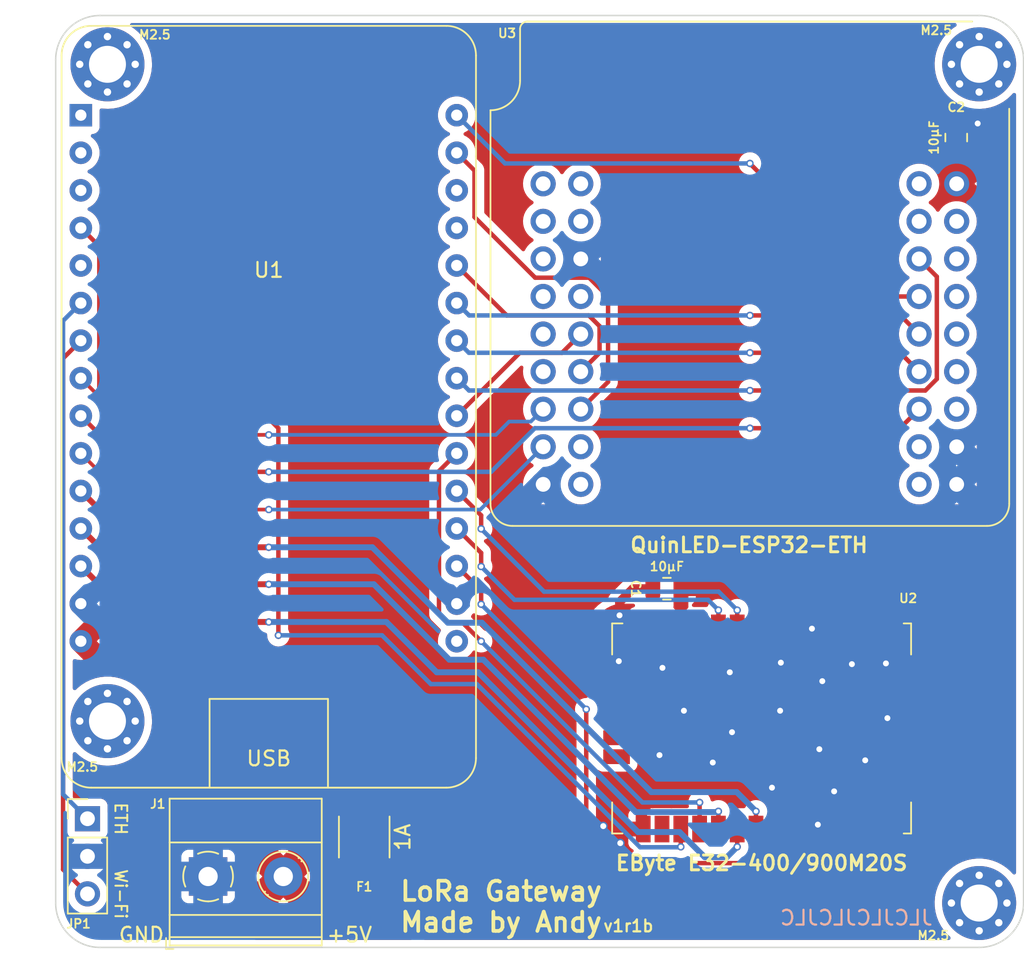
<source format=kicad_pcb>
(kicad_pcb (version 20211014) (generator pcbnew)
  (title_block (title "LoRa-Gateway-E32") (rev "v1r1b"))
  (layers (0 "F.Cu" signal) (31 "B.Cu" signal) (34 "B.Paste" user) (35 "F.Paste" user) (36 "B.SilkS" user "B.Silkscreen") (37 "F.SilkS" user "F.Silkscreen") (38 "B.Mask" user) (39 "F.Mask" user) (44 "Edge.Cuts" user))
  (net 0 "")
  (net 1 "GND")
  (net 2 "GPIO14")
  (net 3 "GPIO4")
  (net 4 "GPIO25")
  (net 5 "GPIO26")
  (net 6 "GPIO27")
  (net 7 "GPIO17")
  (net 8 "GPIO5")
  (net 9 "GPIO18")
  (net 10 "3v3")
  (net 11 "GPIO19")
  (net 12 "GPIO21")
  (net 13 "GPIO22")
  (net 14 "GPIO23")
  (net 18 "GPIO34")
  (net 20 "GPIO32")
  (net 21 "GPIO33")
  (net 23 "GPIO12")
  (net 24 "GPIO13")
  (net 25 "GPIO16")
  (net 26 "GPIO2")
  (net 28 "GPIO15")
  (net 29 "5vF")
  (net 30 "/5V")
  (footprint "Connector_PinHeader_2.54mm:PinHeader_1x03_P2.54mm_Vertical" (layer "F.Cu") (at 99.15 90.3)
    (fp_text reference "JP1" (at -0.6 7.1) (layer "F.SilkS") (effects (font (size 0.6 0.6) (thickness 0.12))))
    (fp_text value "Jumper_3_Open")
    (fp_text user "ETH" (at 2.25 0 -90 unlocked) (layer "F.SilkS") (effects (font (size 0.8 0.8) (thickness 0.13))))
    (fp_text user "Wi-Fi" (at 2.25 5.1 -90 unlocked) (layer "F.SilkS") (effects (font (size 0.8 0.8) (thickness 0.13))))
    (fp_line (start 1.33 1.27) (end 1.33 6.41) (layer "F.SilkS") (width 0.12))
    (fp_line (start -1.33 -1.33) (end 0 -1.33) (layer "F.SilkS") (width 0.12))
    (fp_line (start -1.33 1.27) (end 1.33 1.27) (layer "F.SilkS") (width 0.12))
    (fp_line (start -1.33 6.41) (end 1.33 6.41) (layer "F.SilkS") (width 0.12))
    (fp_line (start -1.33 1.27) (end -1.33 6.41) (layer "F.SilkS") (width 0.12))
    (fp_line (start -1.33 0) (end -1.33 -1.33) (layer "F.SilkS") (width 0.12))
    (pad "1" thru_hole rect locked (at 0 0) (size 1.7 1.7) (drill 1) (layers *.Cu *.Mask) (net 20 "GPIO32"))
    (pad "2" thru_hole oval locked (at 0 2.54) (size 1.7 1.7) (drill 1) (layers *.Cu *.Mask) (net 1 "GND"))
    (pad "3" thru_hole oval locked (at 0 5.08) (size 1.7 1.7) (drill 1) (layers *.Cu *.Mask) (net 21 "GPIO33"))
  )
  (footprint "Capacitor_SMD:C_0805_2012Metric" (layer "F.Cu") (at 138.3 74.75)
    (fp_text reference "C1" (at -2.1 0 270 unlocked) (layer "F.SilkS") (effects (font (size 0.6 0.6) (thickness 0.12))))
    (fp_text value "10µF" (at 0 -1.5) (layer "F.SilkS") (effects (font (size 0.6 0.6) (thickness 0.12))))
    (fp_line (start -0.261252 0.735) (end 0.261252 0.735) (layer "F.SilkS") (width 0.12))
    (fp_line (start -0.261252 -0.735) (end 0.261252 -0.735) (layer "F.SilkS") (width 0.12))
    (pad "1" smd roundrect locked (at -0.95 0) (size 1 1.45) (layers "F.Cu" "F.Paste" "F.Mask") (net 1 "GND"))
    (pad "2" smd roundrect locked (at 0.95 0) (size 1 1.45) (layers "F.Cu" "F.Paste" "F.Mask") (net 29 "5vF"))
  )
  (footprint "QuinLED:QuinLED-ESP32-ETH-Hat" (layer "F.Cu") (at 161.43 70.505 180)
    (fp_text reference "U3" (at 33.93 33.305) (layer "F.SilkS") (effects (font (size 0.6 0.6) (thickness 0.12))))
    (fp_text value "QuinLED-ESP32-ETH-Hat")
    (fp_text user "QuinLED-ESP32-ETH" (at 17.58 -1.295 unlocked) (layer "F.SilkS") (effects (font (thickness 0.2))))
    (fp_line (start 1.5 0) (end 33.55 0) (layer "F.SilkS") (width 0.12))
    (fp_line (start 33.05 30.1) (end 33.05 33.6) (layer "F.SilkS") (width 0.12))
    (fp_line (start 35.05 1.5) (end 35.05 28.1) (layer "F.SilkS") (width 0.12))
    (fp_line (start 2.5 34.1) (end 32.55 34.1) (layer "F.SilkS") (width 0.12))
    (fp_line (start 0 1.5) (end 0 28.2) (layer "F.SilkS") (width 0.12))
    (fp_arc (start 33.05 30.1) (mid 33.635786 28.685786) (end 35.05 28.1) (layer "F.SilkS") (width 0.12))
    (fp_arc (start 33.55 0) (mid 34.61066 0.43934) (end 35.05 1.5) (layer "F.SilkS") (width 0.12))
    (fp_arc (start 33.05 33.6) (mid 32.903553 33.953553) (end 32.55 34.1) (layer "F.SilkS") (width 0.12))
    (fp_arc (start 0 1.5) (mid 0.43934 0.43934) (end 1.5 0) (layer "F.SilkS") (width 0.12))
    (pad "1" thru_hole circle (at 3.55 23.13 180) (size 1.7 1.7) (drill 1) (layers *.Cu *.Mask) (net 29 "5vF"))
    (pad "2" thru_hole circle (at 3.55 2.81 180) (size 1.7 1.7) (drill 1) (layers *.Cu *.Mask) (net 1 "GND"))
    (pad "3" thru_hole circle (at 3.55 5.35 180) (size 1.7 1.7) (drill 1) (layers *.Cu *.Mask) (net 1 "GND"))
    (pad "4" thru_hole circle (at 31.49 2.81 180) (size 1.7 1.7) (drill 1) (layers *.Cu *.Mask) (net 1 "GND"))
    (pad "5" thru_hole circle (at 28.95 18.05 180) (size 1.7 1.7) (drill 1) (layers *.Cu *.Mask) (net 1 "GND"))
    (pad "6" thru_hole circle (at 6.09 18.05 180) (size 1.7 1.7) (drill 1) (layers *.Cu *.Mask) (net 8 "GPIO5"))
    (pad "7" thru_hole circle (at 28.95 12.97 180) (size 1.7 1.7) (drill 1) (layers *.Cu *.Mask) (net 7 "GPIO17"))
    (pad "8" thru_hole circle (at 6.09 10.43 180) (size 1.7 1.7) (drill 1) (layers *.Cu *.Mask) (net 9 "GPIO18"))
    (pad "9" thru_hole circle (at 6.09 12.97 180) (size 1.7 1.7) (drill 1) (layers *.Cu *.Mask) (net 11 "GPIO19"))
    (pad "10" thru_hole circle (at 28.95 10.43 180) (size 1.7 1.7) (drill 1) (layers *.Cu *.Mask) (net 12 "GPIO21"))
    (pad "11" thru_hole circle (at 28.95 7.89 180) (size 1.7 1.7) (drill 1) (layers *.Cu *.Mask) (net 13 "GPIO22"))
    (pad "12" thru_hole circle (at 6.09 15.51 180) (size 1.7 1.7) (drill 1) (layers *.Cu *.Mask) (net 14 "GPIO23"))
    (pad "13" thru_hole circle (at 31.49 7.89 180) (size 1.7 1.7) (drill 1) (layers *.Cu *.Mask) (net 4 "GPIO25"))
    (pad "14" thru_hole circle (at 6.09 7.89 180) (size 1.7 1.7) (drill 1) (layers *.Cu *.Mask) (net 5 "GPIO26"))
    (pad "15" thru_hole circle (at 31.49 5.35 180) (size 1.7 1.7) (drill 1) (layers *.Cu *.Mask) (net 6 "GPIO27"))
    (pad "16" thru_hole circle (at 6.09 2.81 180) (size 1.7 1.7) (drill 1) (layers *.Cu *.Mask))
    (pad "17" thru_hole circle (at 6.09 5.35 180) (size 1.7 1.7) (drill 1) (layers *.Cu *.Mask))
    (pad "18" thru_hole circle (at 3.55 7.89 180) (size 1.7 1.7) (drill 1) (layers *.Cu *.Mask))
    (pad "19" thru_hole circle (at 3.55 10.43 180) (size 1.7 1.7) (drill 1) (layers *.Cu *.Mask))
    (pad "20" thru_hole circle (at 3.55 12.97 180) (size 1.7 1.7) (drill 1) (layers *.Cu *.Mask))
    (pad "21" thru_hole circle (at 3.55 15.51 180) (size 1.7 1.7) (drill 1) (layers *.Cu *.Mask))
    (pad "22" thru_hole circle (at 3.55 18.05 180) (size 1.7 1.7) (drill 1) (layers *.Cu *.Mask))
    (pad "23" thru_hole circle (at 3.55 20.59 180) (size 1.7 1.7) (drill 1) (layers *.Cu *.Mask))
    (pad "24" thru_hole circle (at 6.09 20.59 180) (size 1.7 1.7) (drill 1) (layers *.Cu *.Mask))
    (pad "25" thru_hole circle (at 6.09 23.13 180) (size 1.7 1.7) (drill 1) (layers *.Cu *.Mask))
    (pad "26" thru_hole circle (at 28.95 2.81 180) (size 1.7 1.7) (drill 1) (layers *.Cu *.Mask))
    (pad "27" thru_hole circle (at 28.95 5.35 180) (size 1.7 1.7) (drill 1) (layers *.Cu *.Mask))
    (pad "28" thru_hole circle (at 31.49 10.43 180) (size 1.7 1.7) (drill 1) (layers *.Cu *.Mask))
    (pad "29" thru_hole circle (at 31.49 12.97 180) (size 1.7 1.7) (drill 1) (layers *.Cu *.Mask))
    (pad "30" thru_hole circle (at 28.95 15.51 180) (size 1.7 1.7) (drill 1) (layers *.Cu *.Mask))
    (pad "31" thru_hole circle (at 31.49 15.51 180) (size 1.7 1.7) (drill 1) (layers *.Cu *.Mask))
    (pad "32" thru_hole circle (at 31.49 18.05 180) (size 1.7 1.7) (drill 1) (layers *.Cu *.Mask))
    (pad "33" thru_hole circle (at 28.95 20.59 180) (size 1.7 1.7) (drill 1) (layers *.Cu *.Mask))
    (pad "34" thru_hole circle (at 31.49 20.59 180) (size 1.7 1.7) (drill 1) (layers *.Cu *.Mask))
    (pad "35" thru_hole circle (at 28.95 23.13 180) (size 1.7 1.7) (drill 1) (layers *.Cu *.Mask))
    (pad "36" thru_hole circle (at 31.49 23.13 180) (size 1.7 1.7) (drill 1) (layers *.Cu *.Mask))
  )
  (footprint "Capacitor_SMD:C_0805_2012Metric" (layer "F.Cu") (at 157.85 44.25 90)
    (fp_text reference "C2" (at 2.05 0 180) (layer "F.SilkS") (effects (font (size 0.6 0.6) (thickness 0.12))))
    (fp_text value "10µF" (at 0 -1.5 90) (layer "F.SilkS") (effects (font (size 0.6 0.6) (thickness 0.12))))
    (fp_line (start -0.261252 -0.735) (end 0.261252 -0.735) (layer "F.SilkS") (width 0.12))
    (fp_line (start -0.261252 0.735) (end 0.261252 0.735) (layer "F.SilkS") (width 0.12))
    (pad "1" smd roundrect locked (at -0.95 0 90) (size 1 1.45) (layers "F.Cu" "F.Paste" "F.Mask") (net 29 "5vF"))
    (pad "2" smd roundrect locked (at 0.95 0 90) (size 1 1.45) (layers "F.Cu" "F.Paste" "F.Mask") (net 1 "GND"))
  )
  (footprint "MountingHole:MountingHole_2.5mm_Pad_Via" (layer "F.Cu") (at 159.4 39.3)
    (fp_text reference "H2")
    (fp_text value "M2.5" (at -2.9 -2.3) (layer "F.SilkS") (effects (font (size 0.6 0.6) (thickness 0.12))))
    (pad "1" thru_hole circle locked (at 0 1.875) (size 0.8 0.8) (drill 0.5) (layers *.Cu *.Mask))
    (pad "1" thru_hole circle locked (at 0 -1.875) (size 0.8 0.8) (drill 0.5) (layers *.Cu *.Mask))
    (pad "1" thru_hole circle locked (at 1.875 0) (size 0.8 0.8) (drill 0.5) (layers *.Cu *.Mask))
    (pad "1" thru_hole circle locked (at 0 0) (size 5 5) (drill 2.5) (layers *.Cu *.Mask))
    (pad "1" thru_hole circle locked (at 1.325825 1.325825) (size 0.8 0.8) (drill 0.5) (layers *.Cu *.Mask))
    (pad "1" thru_hole circle locked (at -1.325825 -1.325825) (size 0.8 0.8) (drill 0.5) (layers *.Cu *.Mask))
    (pad "1" thru_hole circle locked (at 1.325825 -1.325825) (size 0.8 0.8) (drill 0.5) (layers *.Cu *.Mask))
    (pad "1" thru_hole circle locked (at -1.875 0) (size 0.8 0.8) (drill 0.5) (layers *.Cu *.Mask))
    (pad "1" thru_hole circle locked (at -1.325825 1.325825) (size 0.8 0.8) (drill 0.5) (layers *.Cu *.Mask))
  )
  (footprint "MountingHole:MountingHole_2.5mm_Pad_Via" (layer "F.Cu") (at 100.5 83.7)
    (fp_text reference "H4")
    (fp_text value "M2.5" (at -1.7 3.1) (layer "F.SilkS") (effects (font (size 0.6 0.6) (thickness 0.12))))
    (pad "1" thru_hole circle locked (at 0 -1.875) (size 0.8 0.8) (drill 0.5) (layers *.Cu *.Mask))
    (pad "1" thru_hole circle locked (at 1.325825 1.325825) (size 0.8 0.8) (drill 0.5) (layers *.Cu *.Mask))
    (pad "1" thru_hole circle locked (at -1.875 0) (size 0.8 0.8) (drill 0.5) (layers *.Cu *.Mask))
    (pad "1" thru_hole circle locked (at 0 1.875) (size 0.8 0.8) (drill 0.5) (layers *.Cu *.Mask))
    (pad "1" thru_hole circle locked (at -1.325825 -1.325825) (size 0.8 0.8) (drill 0.5) (layers *.Cu *.Mask))
    (pad "1" thru_hole circle locked (at 0 0) (size 5 5) (drill 2.5) (layers *.Cu *.Mask))
    (pad "1" thru_hole circle locked (at 1.875 0) (size 0.8 0.8) (drill 0.5) (layers *.Cu *.Mask))
    (pad "1" thru_hole circle locked (at 1.325825 -1.325825) (size 0.8 0.8) (drill 0.5) (layers *.Cu *.Mask))
    (pad "1" thru_hole circle locked (at -1.325825 1.325825) (size 0.8 0.8) (drill 0.5) (layers *.Cu *.Mask))
  )
  (footprint "MountingHole:MountingHole_2.5mm_Pad_Via" (layer "F.Cu") (at 159.4 96)
    (fp_text reference "H3")
    (fp_text value "M2.5" (at -3.1 2.2) (layer "F.SilkS") (effects (font (size 0.6 0.6) (thickness 0.12))))
    (pad "1" thru_hole circle locked (at -1.325825 -1.325825) (size 0.8 0.8) (drill 0.5) (layers *.Cu *.Mask))
    (pad "1" thru_hole circle locked (at 1.325825 1.325825) (size 0.8 0.8) (drill 0.5) (layers *.Cu *.Mask))
    (pad "1" thru_hole circle locked (at 1.875 0) (size 0.8 0.8) (drill 0.5) (layers *.Cu *.Mask))
    (pad "1" thru_hole circle locked (at 0 0) (size 5 5) (drill 2.5) (layers *.Cu *.Mask))
    (pad "1" thru_hole circle locked (at -1.875 0) (size 0.8 0.8) (drill 0.5) (layers *.Cu *.Mask))
    (pad "1" thru_hole circle locked (at -1.325825 1.325825) (size 0.8 0.8) (drill 0.5) (layers *.Cu *.Mask))
    (pad "1" thru_hole circle locked (at 1.325825 -1.325825) (size 0.8 0.8) (drill 0.5) (layers *.Cu *.Mask))
    (pad "1" thru_hole circle locked (at 0 1.875) (size 0.8 0.8) (drill 0.5) (layers *.Cu *.Mask))
    (pad "1" thru_hole circle locked (at 0 -1.875) (size 0.8 0.8) (drill 0.5) (layers *.Cu *.Mask))
  )
  (footprint "Andys-Footprints:E-Byte-E32-xxxM20S" (layer "F.Cu") (at 133.3 92.5975 90)
    (fp_text reference "U2" (at 17.1975 21.3 180) (layer "F.SilkS") (effects (font (size 0.6 0.6) (thickness 0.12))))
    (fp_text value "EByte E32-400/900M20S" (at -0.7025 11.4 180) (layer "F.SilkS") (effects (font (thickness 0.2))))
    (fp_line (start 1.3 21.5) (end 1.3 21) (layer "F.SilkS") (width 0.12))
    (fp_line (start 1.3 1.3) (end 1.3 2) (layer "F.SilkS") (width 0.12))
    (fp_line (start 13.4 1.3) (end 15.5 1.3) (layer "F.SilkS") (width 0.12))
    (fp_line (start 13.4 21.5) (end 15.5 21.5) (layer "F.SilkS") (width 0.12))
    (fp_line (start 15.5 1.3) (end 15.5 2) (layer "F.SilkS") (width 0.12))
    (fp_line (start 3.4 21.5) (end 1.3 21.5) (layer "F.SilkS") (width 0.12))
    (fp_line (start 15.5 21.5) (end 15.5 21) (layer "F.SilkS") (width 0.12))
    (fp_line (start 3.4 1.3) (end 1.3 1.3) (layer "F.SilkS") (width 0.12))
    (pad "1" smd rect (at 15.2 20.4) (size 1 1.8) (layers "F.Cu" "F.Paste" "F.Mask") (net 1 "GND"))
    (pad "2" smd rect (at 15.2 19.13) (size 1 1.8) (layers "F.Cu" "F.Paste" "F.Mask") (net 1 "GND"))
    (pad "3" smd rect (at 15.2 17.86) (size 1 1.8) (layers "F.Cu" "F.Paste" "F.Mask") (net 1 "GND"))
    (pad "4" smd rect (at 15.2 12.29) (size 1 1.8) (layers "F.Cu" "F.Paste" "F.Mask") (net 1 "GND"))
    (pad "5" smd rect (at 15.2 11.02) (size 1 1.8) (layers "F.Cu" "F.Paste" "F.Mask") (net 1 "GND"))
    (pad "6" smd rect (at 15.2 9.75) (size 1 1.8) (layers "F.Cu" "F.Paste" "F.Mask") (net 3 "GPIO4"))
    (pad "7" smd rect (at 15.2 8.48) (size 1 1.8) (layers "F.Cu" "F.Paste" "F.Mask") (net 26 "GPIO2"))
    (pad "8" smd rect (at 15.2 7.21) (size 1 1.8) (layers "F.Cu" "F.Paste" "F.Mask"))
    (pad "9" smd rect (at 15.2 5.94) (size 1 1.8) (layers "F.Cu" "F.Paste" "F.Mask") (net 29 "5vF"))
    (pad "10" smd rect (at 15.2 4.67) (size 1 1.8) (layers "F.Cu" "F.Paste" "F.Mask") (net 1 "GND"))
    (pad "11" smd rect (at 15.2 3.4) (size 1 1.8) (layers "F.Cu" "F.Paste" "F.Mask") (net 1 "GND"))
    (pad "12" smd rect (at 10.3 1.6 90) (size 1 1.8) (layers "F.Cu" "F.Paste" "F.Mask") (net 1 "GND"))
    (pad "13" smd rect (at 9.04 1.6 90) (size 1 1.8) (layers "F.Cu" "F.Paste" "F.Mask"))
    (pad "14" smd rect (at 7.77 1.6 90) (size 1 1.8) (layers "F.Cu" "F.Paste" "F.Mask"))
    (pad "15" smd rect (at 6.49 1.6 90) (size 1 1.8) (layers "F.Cu" "F.Paste" "F.Mask"))
    (pad "16" smd rect (at 1.6 3.4) (size 1 1.8) (layers "F.Cu" "F.Paste" "F.Mask") (net 1 "GND"))
    (pad "17" smd rect (at 1.6 4.67) (size 1 1.8) (layers "F.Cu" "F.Paste" "F.Mask"))
    (pad "18" smd rect (at 1.6 5.94) (size 1 1.8) (layers "F.Cu" "F.Paste" "F.Mask") (net 18 "GPIO34"))
    (pad "19" smd rect (at 1.6 7.21) (size 1 1.8) (layers "F.Cu" "F.Paste" "F.Mask") (net 25 "GPIO16"))
    (pad "20" smd rect (at 1.6 8.48) (size 1 1.8) (layers "F.Cu" "F.Paste" "F.Mask") (net 23 "GPIO12"))
    (pad "21" smd rect (at 1.6 9.75) (size 1 1.8) (layers "F.Cu" "F.Paste" "F.Mask") (net 24 "GPIO13"))
    (pad "22" smd rect (at 1.6 11.02) (size 1 1.8) (layers "F.Cu" "F.Paste" "F.Mask") (net 2 "GPIO14"))
    (pad "23" smd rect (at 1.6 12.29) (size 1 1.8) (layers "F.Cu" "F.Paste" "F.Mask") (net 28 "GPIO15"))
    (pad "24" smd rect (at 1.6 17.86) (size 1 1.8) (layers "F.Cu" "F.Paste" "F.Mask") (net 1 "GND"))
    (pad "25" smd rect (at 1.6 19.13) (size 1 1.8) (layers "F.Cu" "F.Paste" "F.Mask"))
    (pad "26" smd rect (at 1.6 20.4) (size 1 1.8) (layers "F.Cu" "F.Paste" "F.Mask") (net 1 "GND"))
  )
  (footprint "Fuse:Fuse_1812_4532Metric" (layer "F.Cu") (at 117.85 91.5375 -90)
    (fp_text reference "F1" (at 3.3625 0) (layer "F.SilkS") (effects (font (size 0.6 0.6) (thickness 0.12))))
    (fp_text value "1A" (at 0.0125 -2.6 -90) (layer "F.SilkS"))
    (fp_line (start -1.386252 -1.71) (end 1.386252 -1.71) (layer "F.SilkS") (width 0.12))
    (fp_line (start -1.386252 1.71) (end 1.386252 1.71) (layer "F.SilkS") (width 0.12))
    (pad "1" smd roundrect (at -2.1375 0 270) (size 1.125 3.4) (layers "F.Cu" "F.Paste" "F.Mask") (roundrect_rratio 0.2222222222) (net 29 "5vF"))
    (pad "2" smd roundrect (at 2.1375 0 270) (size 1.125 3.4) (layers "F.Cu" "F.Paste" "F.Mask") (roundrect_rratio 0.2222222222) (net 30 "/5V"))
  )
  (footprint "MountingHole:MountingHole_2.5mm_Pad_Via" (layer "F.Cu") (at 100.5 39.3)
    (fp_text reference "H1")
    (fp_text value "M2.5" (at 3.2 -2) (layer "F.SilkS") (effects (font (size 0.6 0.6) (thickness 0.12))))
    (pad "1" thru_hole circle locked (at -1.875 0) (size 0.8 0.8) (drill 0.5) (layers *.Cu *.Mask))
    (pad "1" thru_hole circle locked (at 0 1.875) (size 0.8 0.8) (drill 0.5) (layers *.Cu *.Mask))
    (pad "1" thru_hole circle locked (at -1.325825 -1.325825) (size 0.8 0.8) (drill 0.5) (layers *.Cu *.Mask))
    (pad "1" thru_hole circle locked (at 0 0) (size 5 5) (drill 2.5) (layers *.Cu *.Mask))
    (pad "1" thru_hole circle locked (at 0 -1.875) (size 0.8 0.8) (drill 0.5) (layers *.Cu *.Mask))
    (pad "1" thru_hole circle locked (at 1.325825 1.325825) (size 0.8 0.8) (drill 0.5) (layers *.Cu *.Mask))
    (pad "1" thru_hole circle locked (at 1.875 0) (size 0.8 0.8) (drill 0.5) (layers *.Cu *.Mask))
    (pad "1" thru_hole circle locked (at 1.325825 -1.325825) (size 0.8 0.8) (drill 0.5) (layers *.Cu *.Mask))
    (pad "1" thru_hole circle locked (at -1.325825 1.325825) (size 0.8 0.8) (drill 0.5) (layers *.Cu *.Mask))
  )
  (footprint "TerminalBlock_Phoenix:TerminalBlock_Phoenix_MKDS-1,5-2-5.08_1x02_P5.08mm_Horizontal" (layer "F.Cu") (at 107.3 94.205)
    (fp_text reference "J1" (at -3.4 -4.905) (layer "F.SilkS") (effects (font (size 0.6 0.6) (thickness 0.12))))
    (fp_text value "Conn_01x02")
    (fp_text user "GND" (at -4.5 3.945 unlocked) (layer "F.SilkS"))
    (fp_text user "+5V" (at 9.55 3.945 unlocked) (layer "F.SilkS"))
    (fp_line (start -2.6 -5.261) (end -2.6 4.66) (layer "F.SilkS") (width 0.12))
    (fp_line (start -2.84 4.16) (end -2.84 4.9) (layer "F.SilkS") (width 0.12))
    (fp_line (start 7.68 -5.261) (end 7.68 4.66) (layer "F.SilkS") (width 0.12))
    (fp_line (start -2.6 -2.301) (end 7.68 -2.301) (layer "F.SilkS") (width 0.12))
    (fp_line (start -2.6 -5.261) (end 7.68 -5.261) (layer "F.SilkS") (width 0.12))
    (fp_line (start -2.84 4.9) (end -2.34 4.9) (layer "F.SilkS") (width 0.12))
    (fp_line (start 4.046 1.239) (end 4.011 1.274) (layer "F.SilkS") (width 0.12))
    (fp_line (start 6.355 -1.069) (end 6.308 -1.023) (layer "F.SilkS") (width 0.12))
    (fp_line (start -2.6 2.6) (end 7.68 2.6) (layer "F.SilkS") (width 0.12))
    (fp_line (start 3.853 1.023) (end 3.806 1.069) (layer "F.SilkS") (width 0.12))
    (fp_line (start 6.15 -1.275) (end 6.115 -1.239) (layer "F.SilkS") (width 0.12))
    (fp_line (start -2.6 4.66) (end 7.68 4.66) (layer "F.SilkS") (width 0.12))
    (fp_line (start -2.6 4.1) (end 7.68 4.1) (layer "F.SilkS") (width 0.12))
    (fp_arc (start -0.683042 -1.535427) (mid 0.000524 -1.680501) (end 0.684 -1.535) (layer "F.SilkS") (width 0.12))
    (fp_arc (start -1.535427 0.683042) (mid -1.680501 -0.000524) (end -1.535 -0.684) (layer "F.SilkS") (width 0.12))
    (fp_arc (start 1.535427 -0.683042) (mid 1.680501 0.000524) (end 1.535 0.684) (layer "F.SilkS") (width 0.12))
    (fp_arc (start 0.683318 1.534756) (mid 0.349292 1.643288) (end 0 1.68) (layer "F.SilkS") (width 0.12))
    (fp_arc (start 0.028805 1.680253) (mid -0.335551 1.646659) (end -0.684 1.535) (layer "F.SilkS") (width 0.12))
    (fp_circle (center 5.08 0) (end 6.76 0) (layer "F.SilkS") (width 0.12) (fill none))
    (pad "1" thru_hole rect locked (at 0 0) (size 2.6 2.6) (drill 1.3) (layers *.Cu *.Mask) (net 1 "GND"))
    (pad "2" thru_hole circle locked (at 5.08 0) (size 2.6 2.6) (drill 1.3) (layers *.Cu *.Mask) (net 30 "/5V"))
  )
  (footprint "Andys-Footprints:ESP32-DevKit-V1-DOIT-Less-SilkScreen" (layer "F.Cu") (at 111.4 42.74)
    (fp_text reference "U1" (at 0 10.47) (layer "F.SilkS"))
    (fp_text value "ESP32_DevKit_V1_DOIT")
    (fp_text user "USB" (at 0 43.49) (layer "F.SilkS"))
    (fp_line (start -4 39.46) (end 4 39.46) (layer "F.SilkS") (width 0.12))
    (fp_line (start 4 39.46) (end 4 45.46) (layer "F.SilkS") (width 0.12))
    (fp_line (start -14 -4.04) (end -14 43.46) (layer "F.SilkS") (width 0.12))
    (fp_line (start -4 39.46) (end -4 45.46) (layer "F.SilkS") (width 0.12))
    (fp_line (start -12 -6.04) (end 12 -6.04) (layer "F.SilkS") (width 0.12))
    (fp_line (start -12 45.46) (end 12 45.46) (layer "F.SilkS") (width 0.12))
    (fp_line (start 14 43.46) (end 14 -4.04) (layer "F.SilkS") (width 0.12))
    (fp_arc (start -14 -4.04) (mid -13.414214 -5.454214) (end -12 -6.04) (layer "F.SilkS") (width 0.12))
    (fp_arc (start 12 -6.04) (mid 13.414214 -5.454214) (end 14 -4.04) (layer "F.SilkS") (width 0.12))
    (fp_arc (start 14 43.46) (mid 13.414214 44.874214) (end 12 45.46) (layer "F.SilkS") (width 0.12))
    (fp_arc (start -12 45.46) (mid -13.414214 44.874214) (end -14 43.46) (layer "F.SilkS") (width 0.12))
    (pad "1" thru_hole rect (at -12.7 0) (size 1.524 1.524) (drill 0.762) (layers *.Cu *.Mask))
    (pad "2" thru_hole circle (at -12.7 2.54) (size 1.524 1.524) (drill 0.762) (layers *.Cu *.Mask))
    (pad "3" thru_hole circle (at -12.7 5.08) (size 1.524 1.524) (drill 0.762) (layers *.Cu *.Mask))
    (pad "4" thru_hole circle (at -12.7 7.62) (size 1.524 1.524) (drill 0.762) (layers *.Cu *.Mask) (net 18 "GPIO34"))
    (pad "5" thru_hole circle (at -12.7 10.16) (size 1.524 1.524) (drill 0.762) (layers *.Cu *.Mask))
    (pad "6" thru_hole circle (at -12.7 12.7) (size 1.524 1.524) (drill 0.762) (layers *.Cu *.Mask) (net 20 "GPIO32"))
    (pad "7" thru_hole circle (at -12.7 15.24) (size 1.524 1.524) (drill 0.762) (layers *.Cu *.Mask) (net 21 "GPIO33"))
    (pad "8" thru_hole circle (at -12.7 17.78) (size 1.524 1.524) (drill 0.762) (layers *.Cu *.Mask) (net 4 "GPIO25"))
    (pad "9" thru_hole circle (at -12.7 20.32) (size 1.524 1.524) (drill 0.762) (layers *.Cu *.Mask) (net 5 "GPIO26"))
    (pad "10" thru_hole circle (at -12.7 22.86) (size 1.524 1.524) (drill 0.762) (layers *.Cu *.Mask) (net 6 "GPIO27"))
    (pad "11" thru_hole circle (at -12.7 25.4) (size 1.524 1.524) (drill 0.762) (layers *.Cu *.Mask) (net 2 "GPIO14"))
    (pad "12" thru_hole circle (at -12.7 27.94) (size 1.524 1.524) (drill 0.762) (layers *.Cu *.Mask) (net 23 "GPIO12"))
    (pad "13" thru_hole circle (at -12.7 30.48) (size 1.524 1.524) (drill 0.762) (layers *.Cu *.Mask) (net 24 "GPIO13"))
    (pad "14" thru_hole circle (at -12.7 33.02) (size 1.524 1.524) (drill 0.762) (layers *.Cu *.Mask) (net 1 "GND"))
    (pad "15" thru_hole circle (at -12.7 35.56) (size 1.524 1.524) (drill 0.762) (layers *.Cu *.Mask) (net 29 "5vF"))
    (pad "16" thru_hole circle (at 12.7 35.56) (size 1.524 1.524) (drill 0.762) (layers *.Cu *.Mask) (net 10 "3v3"))
    (pad "17" thru_hole circle (at 12.7 33.02) (size 1.524 1.524) (drill 0.762) (layers *.Cu *.Mask) (net 1 "GND"))
    (pad "18" thru_hole circle (at 12.7 30.48) (size 1.524 1.524) (drill 0.762) (layers *.Cu *.Mask) (net 28 "GPIO15"))
    (pad "19" thru_hole circle (at 12.7 27.94) (size 1.524 1.524) (drill 0.762) (layers *.Cu *.Mask) (net 26 "GPIO2"))
    (pad "20" thru_hole circle (at 12.7 25.4) (size 1.524 1.524) (drill 0.762) (layers *.Cu *.Mask) (net 3 "GPIO4"))
    (pad "21" thru_hole circle (at 12.7 22.86) (size 1.524 1.524) (drill 0.762) (layers *.Cu *.Mask) (net 25 "GPIO16"))
    (pad "22" thru_hole circle (at 12.7 20.32) (size 1.524 1.524) (drill 0.762) (layers *.Cu *.Mask) (net 7 "GPIO17"))
    (pad "23" thru_hole circle (at 12.7 17.78) (size 1.524 1.524) (drill 0.762) (layers *.Cu *.Mask) (net 8 "GPIO5"))
    (pad "24" thru_hole circle (at 12.7 15.24) (size 1.524 1.524) (drill 0.762) (layers *.Cu *.Mask) (net 9 "GPIO18"))
    (pad "25" thru_hole circle (at 12.7 12.7) (size 1.524 1.524) (drill 0.762) (layers *.Cu *.Mask) (net 11 "GPIO19"))
    (pad "26" thru_hole circle (at 12.7 10.16) (size 1.524 1.524) (drill 0.762) (layers *.Cu *.Mask) (net 12 "GPIO21"))
    (pad "27" thru_hole circle (at 12.7 7.62) (size 1.524 1.524) (drill 0.762) (layers *.Cu *.Mask))
    (pad "28" thru_hole circle (at 12.7 5.08) (size 1.524 1.524) (drill 0.762) (layers *.Cu *.Mask))
    (pad "29" thru_hole circle (at 12.7 2.54) (size 1.524 1.524) (drill 0.762) (layers *.Cu *.Mask) (net 13 "GPIO22"))
    (pad "30" thru_hole circle (at 12.7 0) (size 1.524 1.524) (drill 0.762) (layers *.Cu *.Mask) (net 14 "GPIO23"))
  )
  (gr_arc (start 100 99) (mid 97.87868 98.12132) (end 97 96) (layer "Edge.Cuts") (width 0.1))
  (gr_line (start 100 36) (end 159.4 36) (layer "Edge.Cuts") (width 0.1))
  (gr_line (start 97 96) (end 97 39) (layer "Edge.Cuts") (width 0.1))
  (gr_arc (start 162.4 96) (mid 161.52132 98.12132) (end 159.4 99) (layer "Edge.Cuts") (width 0.1))
  (gr_arc (start 159.4 36) (mid 161.52132 36.87868) (end 162.4 39) (layer "Edge.Cuts") (width 0.1))
  (gr_line (start 162.4 39) (end 162.4 96) (layer "Edge.Cuts") (width 0.1))
  (gr_line (start 159.4 99) (end 100 99) (layer "Edge.Cuts") (width 0.1))
  (gr_arc (start 97 39) (mid 97.87868 36.87868) (end 100 36) (layer "Edge.Cuts") (width 0.1))
  (gr_text "JLCJLCJLCJLC" (at 151.1 97) (layer "B.SilkS") (effects (font (size 1 1)) (justify mirror)))
  (gr_text "LoRa Gateway\nMade by Andy" (at 127.1 96.25) (layer "F.SilkS") (effects (font (size 1.3 1.3) (thickness 0.25))))
  (gr_text "v1r1b" (at 135.7 97.55) (layer "F.SilkS") (effects (font (size 0.8 0.8))))
  (segment (start 157.85 43.3) (end 159.3 43.3) (width 0.6) (layer "F.Cu") (net 1))
  (segment (start 136 74.75) (end 137.35 74.75) (width 0.6) (layer "F.Cu") (net 1))
  (segment (start 135.1 75.65) (end 135.1 76.55) (width 0.6) (layer "F.Cu") (net 1))
  (segment (start 135.1 75.65) (end 136 74.75) (width 0.6) (layer "F.Cu") (net 1))
  (via (at 145.4 88.2) (size 0.6) (drill 0.4) (layers "F.Cu" "B.Cu") (net 1))
  (via (at 148.1 77.45) (size 0.6) (drill 0.4) (layers "F.Cu" "B.Cu") (net 1))
  (via (at 137.8 86) (size 0.6) (drill 0.4) (layers "F.Cu" "B.Cu") (net 1))
  (via (at 149.6 88.45) (size 0.6) (drill 0.4) (layers "F.Cu" "B.Cu") (net 1))
  (via (at 153.2 83.5) (size 0.6) (drill 0.4) (layers "F.Cu" "B.Cu") (net 1))
  (via (at 145.95 83) (size 0.6) (drill 0.4) (layers "F.Cu" "B.Cu") (net 1))
  (via (at 148.5 90.7) (size 0.6) (drill 0.4) (layers "F.Cu" "B.Cu") (net 1))
  (via (at 148.8 81) (size 0.6) (drill 0.4) (layers "F.Cu" "B.Cu") (net 1))
  (via (at 153.1 79.8) (size 0.6) (drill 0.4) (layers "F.Cu" "B.Cu") (net 1))
  (via (at 142.7 84.45) (size 0.6) (drill 0.4) (layers "F.Cu" "B.Cu") (net 1))
  (via (at 134 90.8) (size 0.6) (drill 0.4) (layers "F.Cu" "B.Cu") (net 1))
  (via (at 142.55 80.4) (size 0.6) (drill 0.4) (layers "F.Cu" "B.Cu") (net 1))
  (via (at 141.4 86.5) (size 0.6) (drill 0.4) (layers "F.Cu" "B.Cu") (net 1))
  (via (at 138 80.1) (size 0.6) (drill 0.4) (layers "F.Cu" "B.Cu") (net 1))
  (via (at 135.1 76.55) (size 0.6) (drill 0.4) (layers "F.Cu" "B.Cu") (net 1))
  (via (at 135.05 79.65) (size 0.6) (drill 0.4) (layers "F.Cu" "B.Cu") (net 1))
  (via (at 151.7 86.35) (size 0.6) (drill 0.4) (layers "F.Cu" "B.Cu") (net 1))
  (via (at 150.8 79.85) (size 0.6) (drill 0.4) (layers "F.Cu" "B.Cu") (net 1))
  (via (at 146 79.75) (size 0.6) (drill 0.4) (layers "F.Cu" "B.Cu") (net 1))
  (via (at 148.6 85.6) (size 0.6) (drill 0.4) (layers "F.Cu" "B.Cu") (net 1))
  (via (at 159.3 43.3) (size 0.6) (drill 0.4) (layers "F.Cu" "B.Cu") (net 1))
  (via (at 135.15 91.95) (size 0.6) (drill 0.4) (layers "F.Cu" "B.Cu") (net 1))
  (via (at 139.45 83) (size 0.6) (drill 0.4) (layers "F.Cu" "B.Cu") (net 1))
  (segment (start 102.51 71.95) (end 111.4 71.95) (width 0.4) (layer "F.Cu") (net 2))
  (segment (start 144.32 89.8) (end 144.32 91) (width 0.3) (layer "F.Cu") (net 2))
  (segment (start 98.7 68.14) (end 102.51 71.95) (width 0.4) (layer "F.Cu") (net 2))
  (via (at 111.4 71.95) (size 0.5) (drill 0.3) (layers "F.Cu" "B.Cu") (net 2))
  (via (at 144.32 89.8) (size 0.5) (drill 0.3) (layers "F.Cu" "B.Cu") (net 2))
  (segment (start 123.5 77.05) (end 125.8 77.05) (width 0.4) (layer "B.Cu") (net 2))
  (segment (start 118.4 71.95) (end 123.5 77.05) (width 0.4) (layer "B.Cu") (net 2))
  (segment (start 111.4 71.95) (end 118.4 71.95) (width 0.4) (layer "B.Cu") (net 2))
  (segment (start 137.25 88.5) (end 143.02 88.5) (width 0.4) (layer "B.Cu") (net 2))
  (segment (start 143.02 88.5) (end 144.32 89.8) (width 0.4) (layer "B.Cu") (net 2))
  (segment (start 125.8 77.05) (end 137.25 88.5) (width 0.4) (layer "B.Cu") (net 2))
  (segment (start 125.75 70.7) (end 125.75 69.79) (width 0.3) (layer "F.Cu") (net 3))
  (segment (start 143.05 76.2) (end 143.05 77.4) (width 0.3) (layer "F.Cu") (net 3))
  (segment (start 124.1 68.14) (end 125.75 69.79) (width 0.3) (layer "F.Cu") (net 3))
  (via (at 143.05 76.2) (size 0.5) (drill 0.3) (layers "F.Cu" "B.Cu") (net 3))
  (via (at 125.75 70.7) (size 0.5) (drill 0.3) (layers "F.Cu" "B.Cu") (net 3))
  (segment (start 130 74.95) (end 141.8 74.95) (width 0.3) (layer "B.Cu") (net 3))
  (segment (start 125.75 70.7) (end 130 74.95) (width 0.3) (layer "B.Cu") (net 3))
  (segment (start 141.8 74.95) (end 143.05 76.2) (width 0.3) (layer "B.Cu") (net 3))
  (segment (start 111.4 64.35) (end 102.53 64.35) (width 0.25) (layer "F.Cu") (net 4))
  (segment (start 102.53 64.35) (end 98.7 60.52) (width 0.25) (layer "F.Cu") (net 4))
  (via (at 111.4 64.35) (size 0.5) (drill 0.3) (layers "F.Cu" "B.Cu") (net 4))
  (segment (start 126.74126 64.35) (end 111.4 64.35) (width 0.25) (layer "B.Cu") (net 4))
  (segment (start 127.64078 63.45048) (end 126.74126 64.35) (width 0.25) (layer "B.Cu") (net 4))
  (segment (start 129.10452 63.45048) (end 127.64078 63.45048) (width 0.25) (layer "B.Cu") (net 4))
  (segment (start 129.94 62.615) (end 129.10452 63.45048) (width 0.25) (layer "B.Cu") (net 4))
  (segment (start 143.91 63.9) (end 154.055 63.9) (width 0.3) (layer "F.Cu") (net 5))
  (segment (start 102.49 66.85) (end 111.4 66.85) (width 0.3) (layer "F.Cu") (net 5))
  (segment (start 154.055 63.9) (end 155.34 62.615) (width 0.3) (layer "F.Cu") (net 5))
  (segment (start 98.7 63.06) (end 102.49 66.85) (width 0.3) (layer "F.Cu") (net 5))
  (via (at 111.4 66.85) (size 0.5) (drill 0.3) (layers "F.Cu" "B.Cu") (net 5))
  (via (at 143.91 63.9) (size 0.5) (drill 0.3) (layers "F.Cu" "B.Cu") (net 5))
  (segment (start 129.374317 63.9) (end 143.91 63.9) (width 0.3) (layer "B.Cu") (net 5))
  (segment (start 111.4 66.85) (end 126.424317 66.85) (width 0.3) (layer "B.Cu") (net 5))
  (segment (start 126.424317 66.85) (end 129.374317 63.9) (width 0.3) (layer "B.Cu") (net 5))
  (segment (start 102.5 69.4) (end 98.7 65.6) (width 0.25) (layer "F.Cu") (net 6))
  (segment (start 111.4 69.4) (end 102.5 69.4) (width 0.25) (layer "F.Cu") (net 6))
  (via (at 111.4 69.4) (size 0.5) (drill 0.3) (layers "F.Cu" "B.Cu") (net 6))
  (segment (start 125.695 69.4) (end 111.4 69.4) (width 0.25) (layer "B.Cu") (net 6))
  (segment (start 129.94 65.155) (end 125.695 69.4) (width 0.25) (layer "B.Cu") (net 6))
  (segment (start 128.36 58.8) (end 124.1 63.06) (width 0.3) (layer "F.Cu") (net 7))
  (segment (start 132.48 57.535) (end 131.215 58.8) (width 0.3) (layer "F.Cu") (net 7))
  (segment (start 131.215 58.8) (end 128.36 58.8) (width 0.3) (layer "F.Cu") (net 7))
  (segment (start 156.539511 60.571855) (end 155.761366 61.35) (width 0.3) (layer "F.Cu") (net 8))
  (segment (start 155.761366 61.35) (end 143.91 61.35) (width 0.3) (layer "F.Cu") (net 8))
  (segment (start 155.34 52.455) (end 156.539511 53.654511) (width 0.3) (layer "F.Cu") (net 8))
  (segment (start 156.539511 53.654511) (end 156.539511 60.571855) (width 0.3) (layer "F.Cu") (net 8))
  (via (at 143.91 61.35) (size 0.5) (drill 0.3) (layers "F.Cu" "B.Cu") (net 8))
  (segment (start 143.91 61.35) (end 124.93 61.35) (width 0.3) (layer "B.Cu") (net 8))
  (segment (start 124.93 61.35) (end 124.1 60.52) (width 0.3) (layer "B.Cu") (net 8))
  (segment (start 155.34 60.075) (end 154.065 58.8) (width 0.3) (layer "F.Cu") (net 9))
  (segment (start 154.065 58.8) (end 143.91 58.8) (width 0.3) (layer "F.Cu") (net 9))
  (via (at 143.91 58.8) (size 0.5) (drill 0.3) (layers "F.Cu" "B.Cu") (net 9))
  (segment (start 124.92 58.8) (end 124.1 57.98) (width 0.3) (layer "B.Cu") (net 9))
  (segment (start 143.91 58.8) (end 124.92 58.8) (width 0.3) (layer "B.Cu") (net 9))
  (segment (start 154.08 56.275) (end 155.34 57.535) (width 0.3) (layer "F.Cu") (net 11))
  (segment (start 143.925 56.275) (end 154.08 56.275) (width 0.3) (layer "F.Cu") (net 11))
  (via (at 143.91 56.275) (size 0.5) (drill 0.3) (layers "F.Cu" "B.Cu") (net 11))
  (segment (start 143.91 56.275) (end 124.935 56.275) (width 0.3) (layer "B.Cu") (net 11))
  (segment (start 124.935 56.275) (end 124.1 55.44) (width 0.3) (layer "B.Cu") (net 11))
  (segment (start 127.475 56.275) (end 124.1 52.9) (width 0.3) (layer "F.Cu") (net 12))
  (segment (start 133.75 58.805) (end 133.75 57) (width 0.3) (layer "F.Cu") (net 12))
  (segment (start 133.75 57) (end 133.025 56.275) (width 0.3) (layer "F.Cu") (net 12))
  (segment (start 133.025 56.275) (end 127.475 56.275) (width 0.3) (layer "F.Cu") (net 12))
  (segment (start 132.48 60.075) (end 133.75 58.805) (width 0.3) (layer "F.Cu") (net 12))
  (segment (start 125.3 46.48) (end 124.1 45.28) (width 0.3) (layer "F.Cu") (net 13))
  (segment (start 133.047344 53.725) (end 129.4 53.725) (width 0.3) (layer "F.Cu") (net 13))
  (segment (start 125.3 49.625) (end 125.3 46.48) (width 0.3) (layer "F.Cu") (net 13))
  (segment (start 132.48 62.615) (end 134.325 60.77) (width 0.3) (layer "F.Cu") (net 13))
  (segment (start 134.325 55.002656) (end 133.047344 53.725) (width 0.3) (layer "F.Cu") (net 13))
  (segment (start 129.4 53.725) (end 125.3 49.625) (width 0.3) (layer "F.Cu") (net 13))
  (segment (start 134.325 60.77) (end 134.325 55.002656) (width 0.3) (layer "F.Cu") (net 13))
  (segment (start 143.91 46) (end 143.91 46.01) (width 0.3) (layer "F.Cu") (net 14))
  (segment (start 143.91 46.01) (end 152.895 54.995) (width 0.3) (layer "F.Cu") (net 14))
  (segment (start 152.895 54.995) (end 155.34 54.995) (width 0.3) (layer "F.Cu") (net 14))
  (via (at 143.91 46) (size 0.5) (drill 0.3) (layers "F.Cu" "B.Cu") (net 14))
  (segment (start 143.91 46) (end 127.36 46) (width 0.3) (layer "B.Cu") (net 14))
  (segment (start 127.36 46) (end 124.1 42.74) (width 0.3) (layer "B.Cu") (net 14))
  (segment (start 99.95 61.098928) (end 102.001072 63.15) (width 0.3) (layer "F.Cu") (net 18))
  (segment (start 139.24 92.2) (end 139.24 91) (width 0.3) (layer "F.Cu") (net 18))
  (segment (start 98.71 50.36) (end 99.95 51.6) (width 0.3) (layer "F.Cu") (net 18))
  (segment (start 112.049511 63.900489) (end 112.049511 77.900489) (width 0.3) (layer "F.Cu") (net 18))
  (segment (start 99.95 51.6) (end 99.95 61.098928) (width 0.3) (layer "F.Cu") (net 18))
  (segment (start 102.001072 63.15) (end 111.299022 63.15) (width 0.3) (layer "F.Cu") (net 18))
  (segment (start 98.7 50.36) (end 98.71 50.36) (width 0.3) (layer "F.Cu") (net 18))
  (segment (start 111.299022 63.15) (end 112.049511 63.900489) (width 0.3) (layer "F.Cu") (net 18))
  (via (at 139.24 92.2) (size 0.5) (drill 0.3) (layers "F.Cu" "B.Cu") (net 18))
  (via (at 112.049511 77.900489) (size 0.5) (drill 0.3) (layers "F.Cu" "B.Cu") (net 18))
  (segment (start 122.35 81.2) (end 125.45997 81.2) (width 0.3) (layer "B.Cu") (net 18))
  (segment (start 119.050489 77.900489) (end 122.35 81.2) (width 0.3) (layer "B.Cu") (net 18))
  (segment (start 112.049511 77.900489) (end 119.050489 77.900489) (width 0.3) (layer "B.Cu") (net 18))
  (segment (start 136.489265 92.229295) (end 139.210705 92.229295) (width 0.3) (layer "B.Cu") (net 18))
  (segment (start 125.45997 81.2) (end 136.489265 92.229295) (width 0.3) (layer "B.Cu") (net 18))
  (segment (start 97.5 88.65) (end 99.15 90.3) (width 0.3) (layer "B.Cu") (net 20))
  (segment (start 98.7 55.44) (end 97.5 56.64) (width 0.3) (layer "B.Cu") (net 20))
  (segment (start 97.5 56.64) (end 97.5 88.65) (width 0.3) (layer "B.Cu") (net 20))
  (segment (start 97.5 93.73) (end 99.15 95.38) (width 0.3) (layer "F.Cu") (net 21))
  (segment (start 97.5 59.18) (end 97.5 93.73) (width 0.3) (layer "F.Cu") (net 21))
  (segment (start 98.7 57.98) (end 97.5 59.18) (width 0.3) (layer "F.Cu") (net 21))
  (segment (start 102.47 74.45) (end 98.7 70.68) (width 0.4) (layer "F.Cu") (net 23))
  (segment (start 111.4 74.45) (end 102.47 74.45) (width 0.4) (layer "F.Cu") (net 23))
  (segment (start 141.78 90) (end 141.78 91.2) (width 0.3) (layer "F.Cu") (net 23))
  (via (at 141.78 89.8) (size 0.5) (drill 0.3) (layers "F.Cu" "B.Cu") (net 23))
  (via (at 111.4 74.45) (size 0.5) (drill 0.3) (layers "F.Cu" "B.Cu") (net 23))
  (segment (start 141.730489 89.849511) (end 141.78 89.8) (width 0.4) (layer "B.Cu") (net 23))
  (segment (start 118.5 74.45) (end 123.6 79.55) (width 0.4) (layer "B.Cu") (net 23))
  (segment (start 111.4 74.45) (end 118.5 74.45) (width 0.4) (layer "B.Cu") (net 23))
  (segment (start 123.6 79.55) (end 125.9 79.55) (width 0.4) (layer "B.Cu") (net 23))
  (segment (start 136.199511 89.849511) (end 141.730489 89.849511) (width 0.4) (layer "B.Cu") (net 23))
  (segment (start 125.9 79.55) (end 136.199511 89.849511) (width 0.4) (layer "B.Cu") (net 23))
  (segment (start 102.48 77) (end 98.7 73.22) (width 0.4) (layer "F.Cu") (net 24))
  (segment (start 111.4 77) (end 102.48 77) (width 0.4) (layer "F.Cu") (net 24))
  (segment (start 143.05 92.2) (end 143.05 91) (width 0.3) (layer "F.Cu") (net 24))
  (via (at 143.05 92.2) (size 0.5) (drill 0.3) (layers "F.Cu" "B.Cu") (net 24))
  (via (at 111.4 77) (size 0.5) (drill 0.3) (layers "F.Cu" "B.Cu") (net 24))
  (segment (start 111.4 77) (end 119.35 77) (width 0.4) (layer "B.Cu") (net 24))
  (segment (start 136.35 91.2) (end 139.158548 91.2) (width 0.4) (layer "B.Cu") (net 24))
  (segment (start 142.35 92.9) (end 143.05 92.2) (width 0.4) (layer "B.Cu") (net 24))
  (segment (start 140.858548 92.9) (end 142.35 92.9) (width 0.4) (layer "B.Cu") (net 24))
  (segment (start 122.75 80.4) (end 125.55 80.4) (width 0.4) (layer "B.Cu") (net 24))
  (segment (start 125.55 80.4) (end 136.35 91.2) (width 0.4) (layer "B.Cu") (net 24))
  (segment (start 139.158548 91.2) (end 140.858548 92.9) (width 0.4) (layer "B.Cu") (net 24))
  (segment (start 119.35 77) (end 122.75 80.4) (width 0.4) (layer "B.Cu") (net 24))
  (segment (start 123.501107 77.05) (end 124.5 77.05) (width 0.3) (layer "F.Cu") (net 25))
  (segment (start 124.5 77.05) (end 125.75 78.3) (width 0.3) (layer "F.Cu") (net 25))
  (segment (start 124.1 65.6) (end 122.9 66.8) (width 0.3) (layer "F.Cu") (net 25))
  (segment (start 122.9 66.8) (end 122.9 76.448893) (width 0.3) (layer "F.Cu") (net 25))
  (segment (start 140.51 89.2) (end 140.51 91) (width 0.3) (layer "F.Cu") (net 25))
  (segment (start 122.9 76.448893) (end 123.501107 77.05) (width 0.3) (layer "F.Cu") (net 25))
  (via (at 125.75 78.3) (size 0.5) (drill 0.3) (layers "F.Cu" "B.Cu") (net 25))
  (via (at 140.51 89.2) (size 0.5) (drill 0.3) (layers "F.Cu" "B.Cu") (net 25))
  (segment (start 136.65 89.2) (end 140.51 89.2) (width 0.3) (layer "B.Cu") (net 25))
  (segment (start 125.75 78.3) (end 136.65 89.2) (width 0.3) (layer "B.Cu") (net 25))
  (segment (start 124.1 70.68) (end 125.75 72.33) (width 0.3) (layer "F.Cu") (net 26))
  (segment (start 141.78 76.2) (end 141.78 77.4) (width 0.3) (layer "F.Cu") (net 26))
  (segment (start 125.75 72.33) (end 125.75 73.25) (width 0.3) (layer "F.Cu") (net 26))
  (via (at 141.78 76.2) (size 0.5) (drill 0.3) (layers "F.Cu" "B.Cu") (net 26))
  (via (at 125.75 73.25) (size 0.5) (drill 0.3) (layers "F.Cu" "B.Cu") (net 26))
  (segment (start 125.75 73.25) (end 128 75.5) (width 0.3) (layer "B.Cu") (net 26))
  (segment (start 128 75.5) (end 141.08 75.5) (width 0.3) (layer "B.Cu") (net 26))
  (segment (start 141.08 75.5) (end 141.78 76.2) (width 0.3) (layer "B.Cu") (net 26))
  (segment (start 125.75 74.87) (end 125.75 75.8) (width 0.3) (layer "F.Cu") (net 28))
  (segment (start 132.85 91.95) (end 134.2 93.3) (width 0.3) (layer "F.Cu") (net 28))
  (segment (start 134.2 93.3) (end 144.62997 93.3) (width 0.3) (layer "F.Cu") (net 28))
  (segment (start 145.59 92.33997) (end 145.59 90.9975) (width 0.3) (layer "F.Cu") (net 28))
  (segment (start 144.62997 93.3) (end 145.59 92.33997) (width 0.3) (layer "F.Cu") (net 28))
  (segment (start 132.85 82.9) (end 132.85 91.95) (width 0.3) (layer "F.Cu") (net 28))
  (segment (start 124.1 73.22) (end 125.75 74.87) (width 0.3) (layer "F.Cu") (net 28))
  (via (at 125.75 75.8) (size 0.5) (drill 0.3) (layers "F.Cu" "B.Cu") (net 28))
  (via (at 132.85 82.9) (size 0.5) (drill 0.3) (layers "F.Cu" "B.Cu") (net 28))
  (segment (start 125.75 75.8) (end 132.85 82.9) (width 0.3) (layer "B.Cu") (net 28))
  (zone (net 29) (net_name "5vF") (layer "F.Cu") (connect_pads (clearance 0.508)) (min_thickness 0.254) (fill yes (thermal_gap 0.508) (thermal_bridge_width 2) (smoothing fillet) (radius 2))
    (polygon (pts (xy 162.4 99) (xy 111.5 99) (xy 111.5 89.95) (xy 97 89.95) (xy 97 36.3) (xy 162.4 36.3)))
  )
  (zone (net 30) (net_name "/5V") (layer "F.Cu") (priority 1) (connect_pads (clearance 0.508)) (min_thickness 0.254) (fill yes (thermal_gap 0.508) (thermal_bridge_width 2) (smoothing fillet) (radius 2))
    (polygon (pts (xy 121.7 99) (xy 109.8 99) (xy 109.8 90.45) (xy 121.7 90.45)))
  )
  (zone (net 1) (net_name "GND") (layer "F.Cu") (priority 1) (connect_pads (clearance 0.508)) (min_thickness 0.254) (fill yes (thermal_gap 0.508) (thermal_bridge_width 2) (smoothing fillet) (radius 2))
    (polygon (pts (xy 155.2 92.6) (xy 133.3 92.6) (xy 133.3 75.76) (xy 155.2 75.76)))
  )
  (zone (net 1) (net_name "GND") (layer "B.Cu") (connect_pads (clearance 0.508)) (min_thickness 0.254) (fill yes (thermal_gap 0.508) (thermal_bridge_width 2))
    (polygon (pts (xy 162.4 99) (xy 97 99) (xy 97 36.3) (xy 162.4 36.3)))
  )
)
</source>
